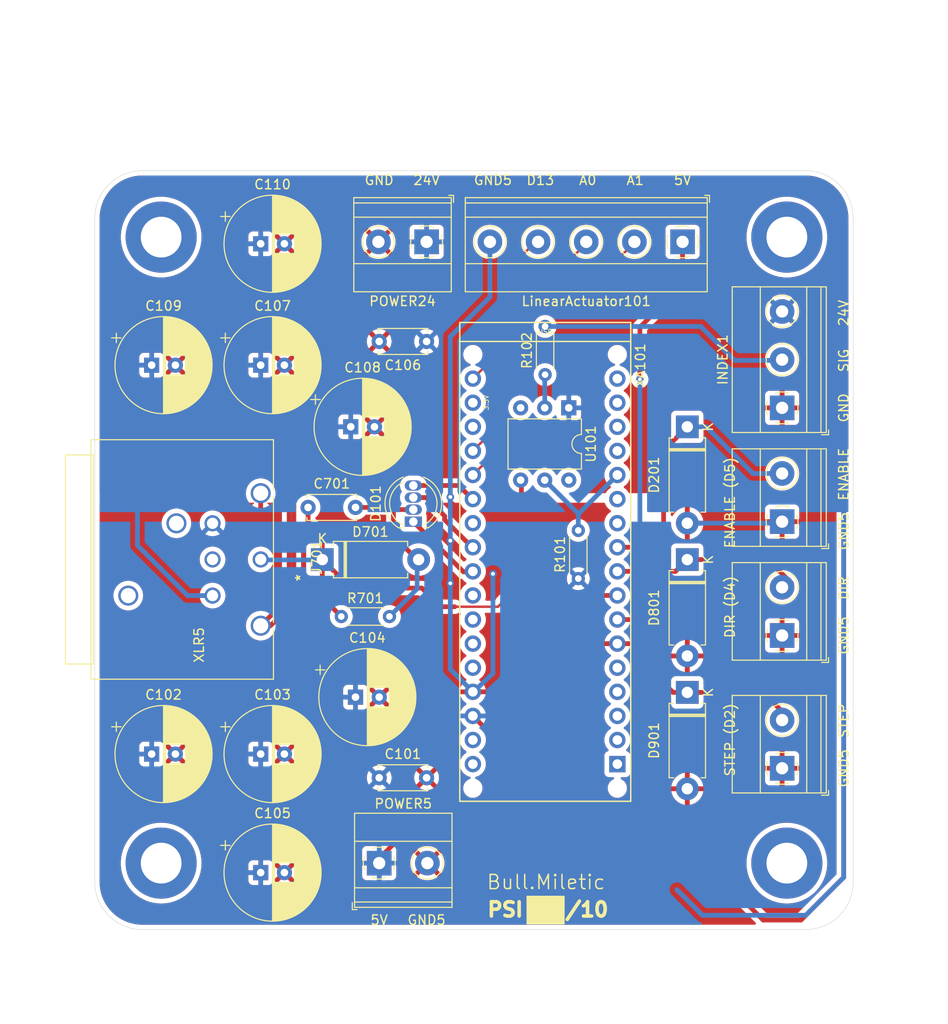
<source format=kicad_pcb>
(kicad_pcb (version 20211014) (generator pcbnew)
  (layers (0 "F.Cu" signal) (31 "B.Cu" signal) (34 "B.Paste" user) (35 "F.Paste" user) (36 "B.SilkS" user "B.Silkscreen") (37 "F.SilkS" user "F.Silkscreen") (38 "B.Mask" user) (39 "F.Mask" user) (44 "Edge.Cuts" user))
  (net 0 "")
  (net 1 "GNDS")
  (net 2 "+5V")
  (net 3 "GND")
  (net 4 "+24V")
  (net 5 "D3")
  (net 6 "D5")
  (net 7 "D4")
  (net 8 "D2")
  (net 9 "Net-(INDEX1-Pad2)")
  (net 10 "A4")
  (net 12 "D8")
  (net 13 "Net-(R102-Pad1)")
  (net 14 "A0")
  (net 15 "A1")
  (net 16 "D13")
  (net 20 "A2")
  (net 22 "A5")
  (footprint "Capacitor_THT:C_Disc_D5.0mm_W2.5mm_P5.00mm" (layer "F.Cu") (at 130 159)
    (fp_text reference "C101" (at 2.5 -2.5) (layer "F.SilkS"))
    (fp_text value "0.1uf ceramic")
    (pad "1" thru_hole circle locked (at 0 0) (size 1.6 1.6) (drill 0.8) (layers *.Cu *.Mask) (net 2 "+5V"))
    (pad "2" thru_hole circle locked (at 5 0) (size 1.6 1.6) (drill 0.8) (layers *.Cu *.Mask) (net 1 "GNDS"))
  )
  (footprint "Capacitor_THT:CP_Radial_D10.0mm_P2.50mm" (layer "F.Cu") (at 106 156.5)
    (fp_text reference "C102" (at 1.25 -6.25) (layer "F.SilkS"))
    (fp_text value "100uf 50V")
    (pad "1" thru_hole rect locked (at 0 0) (size 1.6 1.6) (drill 0.8) (layers *.Cu *.Mask) (net 2 "+5V"))
    (pad "2" thru_hole circle locked (at 2.5 0) (size 1.6 1.6) (drill 0.8) (layers *.Cu *.Mask) (net 1 "GNDS"))
  )
  (footprint "Capacitor_THT:CP_Radial_D10.0mm_P2.50mm" (layer "F.Cu") (at 117.5 156.5)
    (fp_text reference "C103" (at 1.25 -6.25) (layer "F.SilkS"))
    (fp_text value "100uf 50V")
    (pad "1" thru_hole rect locked (at 0 0) (size 1.6 1.6) (drill 0.8) (layers *.Cu *.Mask) (net 2 "+5V"))
    (pad "2" thru_hole circle locked (at 2.5 0) (size 1.6 1.6) (drill 0.8) (layers *.Cu *.Mask) (net 1 "GNDS"))
  )
  (footprint "Capacitor_THT:CP_Radial_D10.0mm_P2.50mm" (layer "F.Cu") (at 127.5 150.5)
    (fp_text reference "C104" (at 1.25 -6.25) (layer "F.SilkS"))
    (fp_text value "100uf 50V")
    (pad "1" thru_hole rect locked (at 0 0) (size 1.6 1.6) (drill 0.8) (layers *.Cu *.Mask) (net 2 "+5V"))
    (pad "2" thru_hole circle locked (at 2.5 0) (size 1.6 1.6) (drill 0.8) (layers *.Cu *.Mask) (net 1 "GNDS"))
  )
  (footprint "Capacitor_THT:CP_Radial_D10.0mm_P2.50mm" (layer "F.Cu") (at 117.5 169)
    (fp_text reference "C105" (at 1.25 -6.25) (layer "F.SilkS"))
    (fp_text value "100uf 50V")
    (pad "1" thru_hole rect locked (at 0 0) (size 1.6 1.6) (drill 0.8) (layers *.Cu *.Mask) (net 2 "+5V"))
    (pad "2" thru_hole circle locked (at 2.5 0) (size 1.6 1.6) (drill 0.8) (layers *.Cu *.Mask) (net 1 "GNDS"))
  )
  (footprint "Capacitor_THT:C_Disc_D5.0mm_W2.5mm_P5.00mm" (layer "F.Cu") (at 135 113 180)
    (fp_text reference "C106" (at 2.5 -2.5) (layer "F.SilkS"))
    (fp_text value "0.1uf ceramic")
    (pad "1" thru_hole circle locked (at 0 0 180) (size 1.6 1.6) (drill 0.8) (layers *.Cu *.Mask) (net 4 "+24V"))
    (pad "2" thru_hole circle locked (at 5 0 180) (size 1.6 1.6) (drill 0.8) (layers *.Cu *.Mask) (net 3 "GND"))
  )
  (footprint "Capacitor_THT:CP_Radial_D10.0mm_P2.50mm" (layer "F.Cu") (at 117.5 115.5)
    (fp_text reference "C107" (at 1.25 -6.25) (layer "F.SilkS"))
    (fp_text value "100uf 50V")
    (pad "1" thru_hole rect locked (at 0 0) (size 1.6 1.6) (drill 0.8) (layers *.Cu *.Mask) (net 4 "+24V"))
    (pad "2" thru_hole circle locked (at 2.5 0) (size 1.6 1.6) (drill 0.8) (layers *.Cu *.Mask) (net 3 "GND"))
  )
  (footprint "Capacitor_THT:CP_Radial_D10.0mm_P2.50mm" (layer "F.Cu") (at 127 122)
    (fp_text reference "C108" (at 1.25 -6.25) (layer "F.SilkS"))
    (fp_text value "100uf 50V")
    (pad "1" thru_hole rect locked (at 0 0) (size 1.6 1.6) (drill 0.8) (layers *.Cu *.Mask) (net 4 "+24V"))
    (pad "2" thru_hole circle locked (at 2.5 0) (size 1.6 1.6) (drill 0.8) (layers *.Cu *.Mask) (net 3 "GND"))
  )
  (footprint "Capacitor_THT:CP_Radial_D10.0mm_P2.50mm" (layer "F.Cu") (at 106 115.5)
    (fp_text reference "C109" (at 1.25 -6.25) (layer "F.SilkS"))
    (fp_text value "100uf 50V")
    (pad "1" thru_hole rect locked (at 0 0) (size 1.6 1.6) (drill 0.8) (layers *.Cu *.Mask) (net 4 "+24V"))
    (pad "2" thru_hole circle locked (at 2.5 0) (size 1.6 1.6) (drill 0.8) (layers *.Cu *.Mask) (net 3 "GND"))
  )
  (footprint "Capacitor_THT:CP_Radial_D10.0mm_P2.50mm" (layer "F.Cu") (at 117.5 102.7)
    (fp_text reference "C110" (at 1.25 -6.25) (layer "F.SilkS"))
    (fp_text value "100uf 50V")
    (pad "1" thru_hole rect locked (at 0 0) (size 1.6 1.6) (drill 0.8) (layers *.Cu *.Mask) (net 4 "+24V"))
    (pad "2" thru_hole circle locked (at 2.5 0) (size 1.6 1.6) (drill 0.8) (layers *.Cu *.Mask) (net 3 "GND"))
  )
  (footprint "Capacitor_THT:C_Disc_D5.0mm_W2.5mm_P5.00mm" (layer "F.Cu") (at 122.5 130.5)
    (fp_text reference "C701" (at 2.5 -2.5) (layer "F.SilkS"))
    (fp_text value "0.01uf ceramic")
    (pad "1" thru_hole circle locked (at 0 0) (size 1.6 1.6) (drill 0.8) (layers *.Cu *.Mask) (net 5 "D3"))
    (pad "2" thru_hole circle locked (at 5 0) (size 1.6 1.6) (drill 0.8) (layers *.Cu *.Mask) (net 3 "GND"))
  )
  (footprint "Diode_THT:D_DO-15_P10.16mm_Horizontal" (layer "F.Cu") (at 162.5 122 -90)
    (fp_text reference "D201" (at 5.08 3.5 90) (layer "F.SilkS"))
    (fp_text value "D")
    (fp_text user "K" (at 0 -2.2 90) (layer "F.SilkS"))
    (pad "1" thru_hole rect locked (at 0 0 270) (size 2.4 2.4) (drill 1.2) (layers *.Cu *.Mask) (net 6 "D5"))
    (pad "2" thru_hole oval locked (at 10.16 0 270) (size 2.4 2.4) (drill 1.2) (layers *.Cu *.Mask) (net 1 "GNDS"))
  )
  (footprint "Diode_THT:D_DO-15_P10.16mm_Horizontal" (layer "F.Cu") (at 124 136)
    (fp_text reference "D701" (at 5.08 -2.92) (layer "F.SilkS"))
    (fp_text value "D")
    (fp_text user "K" (at 0 -2.2) (layer "F.SilkS"))
    (pad "1" thru_hole rect locked (at 0 0) (size 2.4 2.4) (drill 1.2) (layers *.Cu *.Mask) (net 5 "D3"))
    (pad "2" thru_hole oval locked (at 10.16 0) (size 2.4 2.4) (drill 1.2) (layers *.Cu *.Mask) (net 3 "GND"))
  )
  (footprint "Diode_THT:D_DO-15_P10.16mm_Horizontal" (layer "F.Cu") (at 162.5 136 -90)
    (fp_text reference "D801" (at 5.08 3.5 90) (layer "F.SilkS"))
    (fp_text value "D")
    (fp_text user "K" (at 0 -2.2 90) (layer "F.SilkS"))
    (pad "1" thru_hole rect locked (at 0 0 270) (size 2.4 2.4) (drill 1.2) (layers *.Cu *.Mask) (net 7 "D4"))
    (pad "2" thru_hole oval locked (at 10.16 0 270) (size 2.4 2.4) (drill 1.2) (layers *.Cu *.Mask) (net 1 "GNDS"))
  )
  (footprint "Diode_THT:D_DO-15_P10.16mm_Horizontal" (layer "F.Cu") (at 162.5 150 -90)
    (fp_text reference "D901" (at 5.08 3.5 90) (layer "F.SilkS"))
    (fp_text value "D")
    (fp_text user "K" (at 0 -2.2 90) (layer "F.SilkS"))
    (pad "1" thru_hole rect locked (at 0 0 270) (size 2.4 2.4) (drill 1.2) (layers *.Cu *.Mask) (net 8 "D2"))
    (pad "2" thru_hole oval locked (at 10.16 0 270) (size 2.4 2.4) (drill 1.2) (layers *.Cu *.Mask) (net 1 "GNDS"))
  )
  (footprint "TerminalBlock_Phoenix:TerminalBlock_Phoenix_MKDS-1,5-3-5.08_1x03_P5.08mm_Horizontal" (layer "F.Cu") (at 172.5 120 90)
    (fp_text reference "INDEX1" (at 5.08 -6.26 90) (layer "F.SilkS"))
    (fp_text value "index_input")
    (pad "1" thru_hole rect locked (at 0 0 90) (size 2.6 2.6) (drill 1.3) (layers *.Cu *.Mask) (net 3 "GND"))
    (pad "2" thru_hole circle locked (at 5.08 0 90) (size 2.6 2.6) (drill 1.3) (layers *.Cu *.Mask) (net 9 "Net-(INDEX1-Pad2)"))
    (pad "3" thru_hole circle locked (at 10.16 0 90) (size 2.6 2.6) (drill 1.3) (layers *.Cu *.Mask) (net 4 "+24V"))
  )
  (footprint "XLR:IO-XLR5-M-EH" (layer "F.Cu") (at 117.5 129 90)
    (fp_text reference "J701" (at -6.775 5.925 90) (layer "F.SilkS"))
    (fp_text value "XLR5" (at -16 -6.5 90) (layer "F.SilkS"))
    (fp_text user "*" (at -8.915 4.225 90) (layer "F.SilkS"))
    (fp_text user "*" (at -8.915 4.225 90) (layer "F.SilkS"))
    (pad "" np_thru_hole circle locked (at -3.175 -8.89 90) (size 2.1082 2.1082) (drill 1.6002) (layers *.Cu *.Mask))
    (pad "" np_thru_hole circle locked (at -10.795 -13.97 90) (size 2.1082 2.1082) (drill 1.6002) (layers *.Cu *.Mask))
    (pad "1" thru_hole circle locked (at 0 0 90) (size 2.1082 2.1082) (drill 1.6002) (layers *.Cu *.Mask) (net 1 "GNDS"))
    (pad "2" thru_hole circle locked (at -3.175 -5.08 90) (size 1.7018 1.7018) (drill 1.1938) (layers *.Cu *.Mask) (net 2 "+5V"))
    (pad "3" thru_hole circle locked (at -6.985 0 90) (size 1.7018 1.7018) (drill 1.1938) (layers *.Cu *.Mask) (net 5 "D3"))
    (pad "4" thru_hole circle locked (at -10.795 -5.08 90) (size 1.7018 1.7018) (drill 1.1938) (layers *.Cu *.Mask) (net 4 "+24V"))
    (pad "5" thru_hole circle locked (at -13.97 0 90) (size 2.1082 2.1082) (drill 1.6002) (layers *.Cu *.Mask) (net 3 "GND"))
    (pad "6" thru_hole circle locked (at -6.985 -5.08 90) (size 1.7018 1.7018) (drill 1.1938) (layers *.Cu *.Mask))
  )
  (footprint "TerminalBlock_Phoenix:TerminalBlock_Phoenix_MKDS-1,5-2-5.08_1x02_P5.08mm_Horizontal" (layer "F.Cu") (at 172.5 132 90)
    (fp_text reference "OUT201" hide)
    (fp_text value "24V_input")
    (pad "1" thru_hole rect locked (at 0 0 90) (size 2.6 2.6) (drill 1.3) (layers *.Cu *.Mask) (net 1 "GNDS"))
    (pad "2" thru_hole circle locked (at 5.08 0 90) (size 2.6 2.6) (drill 1.3) (layers *.Cu *.Mask) (net 6 "D5"))
  )
  (footprint "TerminalBlock_Phoenix:TerminalBlock_Phoenix_MKDS-1,5-2-5.08_1x02_P5.08mm_Horizontal" (layer "F.Cu") (at 130 168)
    (fp_text reference "POWER5" (at 2.54 -6.26) (layer "F.SilkS"))
    (fp_text value "5V_input")
    (pad "1" thru_hole rect locked (at 0 0) (size 2.6 2.6) (drill 1.3) (layers *.Cu *.Mask) (net 2 "+5V"))
    (pad "2" thru_hole circle locked (at 5.08 0) (size 2.6 2.6) (drill 1.3) (layers *.Cu *.Mask) (net 1 "GNDS"))
  )
  (footprint "TerminalBlock_Phoenix:TerminalBlock_Phoenix_MKDS-1,5-2-5.08_1x02_P5.08mm_Horizontal" (layer "F.Cu") (at 135 102.5 180)
    (fp_text reference "POWER24" (at 2.54 -6.26) (layer "F.SilkS"))
    (fp_text value "24V_input")
    (pad "1" thru_hole rect locked (at 0 0 180) (size 2.6 2.6) (drill 1.3) (layers *.Cu *.Mask) (net 4 "+24V"))
    (pad "2" thru_hole circle locked (at 5.08 0 180) (size 2.6 2.6) (drill 1.3) (layers *.Cu *.Mask) (net 3 "GND"))
  )
  (footprint "TerminalBlock_Phoenix:TerminalBlock_Phoenix_MKDS-1,5-2-5.08_1x02_P5.08mm_Horizontal" (layer "F.Cu") (at 172.5 144 90)
    (fp_text reference "POWER801" hide)
    (fp_text value "24V_input")
    (pad "1" thru_hole rect locked (at 0 0 90) (size 2.6 2.6) (drill 1.3) (layers *.Cu *.Mask) (net 1 "GNDS"))
    (pad "2" thru_hole circle locked (at 5.08 0 90) (size 2.6 2.6) (drill 1.3) (layers *.Cu *.Mask) (net 7 "D4"))
  )
  (footprint "TerminalBlock_Phoenix:TerminalBlock_Phoenix_MKDS-1,5-2-5.08_1x02_P5.08mm_Horizontal" (layer "F.Cu") (at 172.5 158 90)
    (fp_text reference "OUT501" hide)
    (fp_text value "24V_input")
    (pad "1" thru_hole rect locked (at 0 0 90) (size 2.6 2.6) (drill 1.3) (layers *.Cu *.Mask) (net 1 "GNDS"))
    (pad "2" thru_hole circle locked (at 5.08 0 90) (size 2.6 2.6) (drill 1.3) (layers *.Cu *.Mask) (net 8 "D2"))
  )
  (footprint "Resistor_THT:R_Axial_DIN0204_L3.6mm_D1.6mm_P5.08mm_Horizontal" (layer "F.Cu") (at 151 138 90)
    (fp_text reference "R101" (at 2.54 -1.92 90) (layer "F.SilkS"))
    (fp_text value "R3.9k")
    (pad "1" thru_hole circle locked (at 0 0 90) (size 1.4 1.4) (drill 0.7) (layers *.Cu *.Mask) (net 2 "+5V"))
    (pad "2" thru_hole oval locked (at 5.08 0 90) (size 1.4 1.4) (drill 0.7) (layers *.Cu *.Mask) (net 12 "D8"))
  )
  (footprint "Resistor_THT:R_Axial_DIN0204_L3.6mm_D1.6mm_P5.08mm_Horizontal" (layer "F.Cu") (at 147.5 116.5 90)
    (fp_text reference "R102" (at 2.54 -1.92 90) (layer "F.SilkS"))
    (fp_text value "R10k")
    (pad "1" thru_hole circle locked (at 0 0 90) (size 1.4 1.4) (drill 0.7) (layers *.Cu *.Mask) (net 13 "Net-(R102-Pad1)"))
    (pad "2" thru_hole oval locked (at 5.08 0 90) (size 1.4 1.4) (drill 0.7) (layers *.Cu *.Mask) (net 9 "Net-(INDEX1-Pad2)"))
  )
  (footprint "Resistor_THT:R_Axial_DIN0204_L3.6mm_D1.6mm_P5.08mm_Horizontal" (layer "F.Cu") (at 126 142)
    (fp_text reference "R701" (at 2.54 -1.92) (layer "F.SilkS"))
    (fp_text value "R10k")
    (pad "1" thru_hole circle locked (at 0 0) (size 1.4 1.4) (drill 0.7) (layers *.Cu *.Mask) (net 5 "D3"))
    (pad "2" thru_hole oval locked (at 5.08 0) (size 1.4 1.4) (drill 0.7) (layers *.Cu *.Mask) (net 3 "GND"))
  )
  (footprint "Package_DIP:DIP-6_W7.62mm" (layer "F.Cu") (at 150 120 -90)
    (fp_text reference "U101" (at 3.81 -2.33 90) (layer "F.SilkS"))
    (fp_text value "4N25")
    (pad "1" thru_hole rect locked (at 0 0 270) (size 1.6 1.6) (drill 0.8) (layers *.Cu *.Mask) (net 4 "+24V"))
    (pad "2" thru_hole oval locked (at 0 2.54 270) (size 1.6 1.6) (drill 0.8) (layers *.Cu *.Mask) (net 13 "Net-(R102-Pad1)"))
    (pad "3" thru_hole oval locked (at 0 5.08 270) (size 1.6 1.6) (drill 0.8) (layers *.Cu *.Mask))
    (pad "4" thru_hole oval locked (at 7.62 5.08 270) (size 1.6 1.6) (drill 0.8) (layers *.Cu *.Mask) (net 1 "GNDS"))
    (pad "5" thru_hole oval locked (at 7.62 2.54 270) (size 1.6 1.6) (drill 0.8) (layers *.Cu *.Mask) (net 12 "D8"))
    (pad "6" thru_hole oval locked (at 7.62 0 270) (size 1.6 1.6) (drill 0.8) (layers *.Cu *.Mask))
  )
  (footprint "Arduino:Arduino_Micro_Socket" (layer "F.Cu") (at 138.5 113 -90)
    (fp_text reference "XA101" (at 2.54 -19.05 90) (layer "F.SilkS"))
    (fp_text value "Arduino_Micro_Socket")
    (fp_text user "3.3V" (at 6.46 -2.794 90) (layer "F.SilkS") (effects (font (size 0.5 0.5) (thickness 0.075))))
    (fp_text user "USB" (at -1.016 -9.017) (layer "F.SilkS") (effects (font (size 0.5 0.5) (thickness 0.075))))
    (pad "" np_thru_hole circle locked (at 1.38 -16.62 270) (size 1.016 1.016) (drill 1.016) (layers *.Cu *.Mask))
    (pad "" thru_hole oval locked (at 29.32 -1.38 270) (size 1.7272 1.7272) (drill 1.016) (layers *.Cu *.Mask))
    (pad "" np_thru_hole circle locked (at 1.38 -1.38 270) (size 1.016 1.016) (drill 1.016) (layers *.Cu *.Mask))
    (pad "" np_thru_hole circle locked (at 47.1 -16.62 270) (size 1.016 1.016) (drill 1.016) (layers *.Cu *.Mask))
    (pad "" thru_hole oval locked (at 26.78 -1.38 270) (size 1.7272 1.7272) (drill 1.016) (layers *.Cu *.Mask))
    (pad "" np_thru_hole circle locked (at 47.1 -1.38 270) (size 1.016 1.016) (drill 1.016) (layers *.Cu *.Mask))
    (pad "3V3" thru_hole oval locked (at 6.46 -1.38 270) (size 1.7272 1.7272) (drill 1.016) (layers *.Cu *.Mask))
    (pad "5V" thru_hole oval locked (at 31.86 -1.38 270) (size 1.7272 1.7272) (drill 1.016) (layers *.Cu *.Mask))
    (pad "A0" thru_hole oval locked (at 11.54 -1.38 270) (size 1.7272 1.7272) (drill 1.016) (layers *.Cu *.Mask) (net 14 "A0"))
    (pad "A1" thru_hole oval locked (at 14.08 -1.38 270) (size 1.7272 1.7272) (drill 1.016) (layers *.Cu *.Mask) (net 15 "A1"))
    (pad "A2" thru_hole oval locked (at 16.62 -1.38 270) (size 1.7272 1.7272) (drill 1.016) (layers *.Cu *.Mask) (net 20 "A2"))
    (pad "A3" thru_hole oval locked (at 19.16 -1.38 270) (size 1.7272 1.7272) (drill 1.016) (layers *.Cu *.Mask))
    (pad "A4" thru_hole oval locked (at 21.7 -1.38 270) (size 1.7272 1.7272) (drill 1.016) (layers *.Cu *.Mask) (net 10 "A4"))
    (pad "A5" thru_hole oval locked (at 24.24 -1.38 270) (size 1.7272 1.7272) (drill 1.016) (layers *.Cu *.Mask) (net 22 "A5"))
    (pad "AREF" thru_hole oval locked (at 9 -1.38 270) (size 1.7272 1.7272) (drill 1.016) (layers *.Cu *.Mask))
    (pad "D0" thru_hole oval locked (at 36.94 -16.62 270) (size 1.7272 1.7272) (drill 1.016) (layers *.Cu *.Mask))
    (pad "D1" thru_hole oval locked (at 39.48 -16.62 270) (size 1.7272 1.7272) (drill 1.016) (layers *.Cu *.Mask))
    (pad "D2" thru_hole oval locked (at 29.32 -16.62 270) (size 1.7272 1.7272) (drill 1.016) (layers *.Cu *.Mask) (net 8 "D2"))
    (pad "D3" thru_hole oval locked (at 26.78 -16.62 270) (size 1.7272 1.7272) (drill 1.016) (layers *.Cu *.Mask) (net 5 "D3"))
    (pad "D4" thru_hole oval locked (at 24.24 -16.62 270) (size 1.7272 1.7272) (drill 1.016) (layers *.Cu *.Mask) (net 7 "D4"))
    (pad "D5" thru_hole oval locked (at 21.7 -16.62 270) (size 1.7272 1.7272) (drill 1.016) (layers *.Cu *.Mask) (net 6 "D5"))
    (pad "D6" thru_hole oval locked (at 19.16 -16.62 270) (size 1.7272 1.7272) (drill 1.016) (layers *.Cu *.Mask))
    (pad "D7" thru_hole oval locked (at 16.62 -16.62 270) (size 1.7272 1.7272) (drill 1.016) (layers *.Cu *.Mask))
    (pad "D8" thru_hole oval locked (at 14.08 -16.62 270) (size 1.7272 1.7272) (drill 1.016) (layers *.Cu *.Mask) (net 12 "D8"))
    (pad "D9" thru_hole oval locked (at 11.54 -16.62 270) (size 1.7272 1.7272) (drill 1.016) (layers *.Cu *.Mask))
    (pad "D10" thru_hole oval locked (at 9 -16.62 270) (size 1.7272 1.7272) (drill 1.016) (layers *.Cu *.Mask))
    (pad "D11" thru_hole oval locked (at 6.46 -16.62 270) (size 1.7272 1.7272) (drill 1.016) (layers *.Cu *.Mask))
    (pad "D12" thru_hole oval locked (at 3.92 -16.62 270) (size 1.7272 1.7272) (drill 1.016) (layers *.Cu *.Mask))
    (pad "D13" thru_hole oval locked (at 3.92 -1.38 270) (size 1.7272 1.7272) (drill 1.016) (layers *.Cu *.Mask) (net 16 "D13"))
    (pad "GND1" thru_hole oval locked (at 36.94 -1.38 270) (size 1.7272 1.7272) (drill 1.016) (layers *.Cu *.Mask) (net 1 "GNDS"))
    (pad "GND2" thru_hole oval locked (at 31.86 -16.62 270) (size 1.7272 1.7272) (drill 1.016) (layers *.Cu *.Mask) (net 1 "GNDS"))
    (pad "MISO" thru_hole oval locked (at 42.02 -1.38 270) (size 1.7272 1.7272) (drill 1.016) (layers *.Cu *.Mask))
    (pad "MOSI" thru_hole rect locked (at 44.56 -16.62 270) (size 1.7272 1.7272) (drill 1.016) (layers *.Cu *.Mask))
    (pad "RST1" thru_hole oval locked (at 34.4 -1.38 270) (size 1.7272 1.7272) (drill 1.016) (layers *.Cu *.Mask))
    (pad "RST2" thru_hole oval locked (at 34.4 -16.62 270) (size 1.7272 1.7272) (drill 1.016) (layers *.Cu *.Mask))
    (pad "SCK" thru_hole oval locked (at 44.56 -1.38 270) (size 1.7272 1.7272) (drill 1.016) (layers *.Cu *.Mask))
    (pad "SS" thru_hole oval locked (at 42.02 -16.62 270) (size 1.7272 1.7272) (drill 1.016) (layers *.Cu *.Mask))
    (pad "VIN" thru_hole oval locked (at 39.48 -1.38 270) (size 1.7272 1.7272) (drill 1.016) (layers *.Cu *.Mask) (net 2 "+5V"))
  )
  (footprint "MountingHole:MountingHole_4.3mm_M4_DIN965_Pad" (layer "F.Cu") (at 173 102)
    (fp_text reference "H101" hide)
    (fp_text value "MountingHole" hide)
    (pad "1" thru_hole circle locked (at 0 0) (size 7.5 7.5) (drill 4.3) (layers *.Cu *.Mask))
  )
  (footprint "MountingHole:MountingHole_4.3mm_M4_DIN965_Pad" (layer "F.Cu") (at 107 102)
    (fp_text reference "H103" hide)
    (fp_text value "MountingHole" hide)
    (pad "1" thru_hole circle locked (at 0 0) (size 7.5 7.5) (drill 4.3) (layers *.Cu *.Mask))
  )
  (footprint "MountingHole:MountingHole_4.3mm_M4_DIN965_Pad" (layer "F.Cu") (at 107 168)
    (fp_text reference "H104" hide)
    (fp_text value "MountingHole" hide)
    (pad "1" thru_hole circle locked (at 0 0) (size 7.5 7.5) (drill 4.3) (layers *.Cu *.Mask))
  )
  (footprint "MountingHole:MountingHole_4.3mm_M4_DIN965_Pad" (layer "F.Cu") (at 173 168)
    (fp_text reference "H102" hide)
    (fp_text value "MountingHole" hide)
    (pad "1" thru_hole circle locked (at 0 0) (size 7.5 7.5) (drill 4.3) (layers *.Cu *.Mask))
  )
  (footprint "TerminalBlock_Phoenix:TerminalBlock_Phoenix_MKDS-1,5-5-5.08_1x05_P5.08mm_Horizontal" (layer "F.Cu") (at 162 102.5 180)
    (fp_text reference "LinearActuator101" (at 10.16 -6.26 180) (layer "F.SilkS"))
    (fp_text value "Screw_Terminal_01x05")
    (pad "1" thru_hole rect locked (at 0 0 180) (size 2.6 2.6) (drill 1.3) (layers *.Cu *.Mask) (net 2 "+5V"))
    (pad "2" thru_hole circle locked (at 5.08 0 180) (size 2.6 2.6) (drill 1.3) (layers *.Cu *.Mask) (net 15 "A1"))
    (pad "3" thru_hole circle locked (at 10.16 0 180) (size 2.6 2.6) (drill 1.3) (layers *.Cu *.Mask) (net 14 "A0"))
    (pad "4" thru_hole circle locked (at 15.24 0 180) (size 2.6 2.6) (drill 1.3) (layers *.Cu *.Mask) (net 16 "D13"))
    (pad "5" thru_hole circle locked (at 20.32 0 180) (size 2.6 2.6) (drill 1.3) (layers *.Cu *.Mask) (net 1 "GNDS"))
  )
  (footprint "LED_THT:LED_D5.0mm-4_RGB" (layer "F.Cu") (at 133.6 132 90)
    (fp_text reference "D101" (at 1.905 -3.96 90) (layer "F.SilkS"))
    (fp_text value "LED_RABG")
    (pad "1" thru_hole rect locked (at 0 0 90) (size 1.07 1.8) (drill 0.9) (layers *.Cu *.Mask) (net 22 "A5"))
    (pad "2" thru_hole oval locked (at 1.27 0 90) (size 1.07 1.8) (drill 0.9) (layers *.Cu *.Mask) (net 3 "GND"))
    (pad "3" thru_hole oval locked (at 2.54 0 90) (size 1.07 1.8) (drill 0.9) (layers *.Cu *.Mask) (net 10 "A4"))
    (pad "4" thru_hole oval locked (at 3.81 0 90) (size 1.07 1.8) (drill 0.9) (layers *.Cu *.Mask) (net 20 "A2"))
  )
  (gr_rect (start 149.5 174.4) (end 145.6 171.5) (layer "F.SilkS") (width 0.12) (fill solid))
  (gr_arc (start 100 100) (mid 101.464466 96.464466) (end 105 95) (layer "Edge.Cuts") (width 0.05))
  (gr_line (start 105 95) (end 175 95) (layer "Edge.Cuts") (width 0.05))
  (gr_arc (start 180 170) (mid 178.535534 173.535534) (end 175 175) (layer "Edge.Cuts") (width 0.05))
  (gr_line (start 180 170) (end 180 100) (layer "Edge.Cuts") (width 0.05))
  (gr_line (start 105 175) (end 175 175) (layer "Edge.Cuts") (width 0.05))
  (gr_arc (start 105 175) (mid 101.464466 173.535534) (end 100 170) (layer "Edge.Cuts") (width 0.05))
  (gr_arc (start 175 95) (mid 178.535534 96.464466) (end 180 100) (layer "Edge.Cuts") (width 0.05))
  (gr_line (start 100 100) (end 100 170) (layer "Edge.Cuts") (width 0.05))
  (gr_text "GND" (at 130 96) (layer "F.SilkS") (effects (font (size 1 1))))
  (gr_text "24V" (at 135 96) (layer "F.SilkS") (effects (font (size 1 1))))
  (gr_text "5V" (at 130 174) (layer "F.SilkS") (effects (font (size 1 1))))
  (gr_text "GND5" (at 135 174) (layer "F.SilkS") (effects (font (size 1 1))))
  (gr_text "5V" (at 162 96) (layer "F.SilkS") (effects (font (size 1 1))))
  (gr_text "GND5" (at 142 96) (layer "F.SilkS") (effects (font (size 1 1))))
  (gr_text "A1" (at 157 96) (layer "F.SilkS") (effects (font (size 1 1))))
  (gr_text "A0" (at 152 96) (layer "F.SilkS") (effects (font (size 1 1))))
  (gr_text "D13" (at 147 96) (layer "F.SilkS") (effects (font (size 1 1))))
  (gr_text "24V" (at 179 110 90) (layer "F.SilkS") (effects (font (size 1 1))))
  (gr_text "GND" (at 179 120 90) (layer "F.SilkS") (effects (font (size 1 1))))
  (gr_text "GND5" (at 179 133 90) (layer "F.SilkS") (effects (font (size 1 1))))
  (gr_text "GND5" (at 179 144 90) (layer "F.SilkS") (effects (font (size 1 1))))
  (gr_text "GND5" (at 179 158 90) (layer "F.SilkS") (effects (font (size 1 1))))
  (gr_text "STEP" (at 179 153 90) (layer "F.SilkS") (effects (font (size 1 1))))
  (gr_text "DIR" (at 179 139 90) (layer "F.SilkS") (effects (font (size 1 1))))
  (gr_text "ENABLE" (at 179 127 90) (layer "F.SilkS") (effects (font (size 1 1))))
  (gr_text "SIG" (at 179 115 90) (layer "F.SilkS") (effects (font (size 1 1))))
  (gr_text "Bull.Miletic" (at 147.6 170) (layer "F.SilkS") (effects (font (size 1.5 1.5))))
  (gr_text "ENABLE (D5)" (at 167 130 90) (layer "F.SilkS") (effects (font (size 1 1))))
  (gr_text "DIR (D4)" (at 167 141 90) (layer "F.SilkS") (effects (font (size 1 1))))
  (gr_text "PSI    /10" (at 147.8 172.9) (layer "F.SilkS") (effects (font (size 1.5 1.5) (thickness 0.375))))
  (gr_text "STEP (D2)" (at 167 155 90) (layer "F.SilkS") (effects (font (size 1 1))))
  (segment (start 161.4 165.72) (end 161.32 165.72) (width 0.5) (layer "F.Cu") (net 0))
  (segment (start 144.8 163.1) (end 158.7 163.1) (width 0.5) (layer "F.Cu") (net 0))
  (segment (start 161.32 165.72) (end 158.7 163.1) (width 0.5) (layer "F.Cu") (net 0))
  (segment (start 115 133.5) (end 115 143) (width 0.5) (layer "F.Cu") (net 1))
  (segment (start 137.5 129.9) (end 137.8 130.2) (width 0.5) (layer "F.Cu") (net 1))
  (segment (start 137.5 129.4) (end 137.5 129.9) (width 0.5) (layer "F.Cu") (net 1))
  (segment (start 142 137.5) (end 142 133) (width 0.5) (layer "F.Cu") (net 1))
  (segment (start 117.5 129) (end 117.5 131) (width 0.5) (layer "F.Cu") (net 1))
  (segment (start 142 133) (end 145 130) (width 0.5) (layer "F.Cu") (net 1))
  (segment (start 117.5 131) (end 115 133.5) (width 0.5) (layer "F.Cu") (net 1))
  (segment (start 145 130) (end 145 127.5) (width 0.5) (layer "F.Cu") (net 1))
  (via (at 137.5 134) (size 0.8) (drill 0.4) (layers "F.Cu" "B.Cu") (net 1))
  (via (at 137.5 129.4) (size 0.8) (drill 0.4) (layers "F.Cu" "B.Cu") (net 1))
  (via (at 137.5 138.5) (size 0.8) (drill 0.4) (layers "F.Cu" "B.Cu") (net 1))
  (via (at 142 137.5) (size 0.8) (drill 0.4) (layers "F.Cu" "B.Cu") (net 1))
  (segment (start 173.34 132.16) (end 173.5 132) (width 0.5) (layer "B.Cu") (net 1))
  (segment (start 137.5 112.5) (end 137.5 134) (width 0.5) (layer "B.Cu") (net 1))
  (segment (start 139.94 149.94) (end 139.88 149.94) (width 0.5) (layer "B.Cu") (net 1))
  (segment (start 139.88 149.94) (end 137.5 147.56) (width 0.5) (layer "B.Cu") (net 1))
  (segment (start 137.5 147.56) (end 137.5 134) (width 0.5) (layer "B.Cu") (net 1))
  (segment (start 142 137.5) (end 142 148) (width 0.5) (layer "B.Cu") (net 1))
  (segment (start 162.5 132.16) (end 170.84 132.16) (width 0.5) (layer "B.Cu") (net 1))
  (segment (start 170.84 132.16) (end 173.34 132.16) (width 0.5) (layer "B.Cu") (net 1))
  (segment (start 142 148) (end 139.94 149.94) (width 0.5) (layer "B.Cu") (net 1))
  (segment (start 141.68 102.5) (end 141.68 108.32) (width 0.5) (layer "B.Cu") (net 1))
  (segment (start 141.68 108.32) (end 137.5 112.5) (width 0.5) (layer "B.Cu") (net 1))
  (segment (start 157.5 111.5) (end 157.5 117) (width 0.5) (layer "F.Cu") (net 2))
  (segment (start 143.5 156.1) (end 143.5 163.5) (width 0.5) (layer "F.Cu") (net 2))
  (segment (start 142.2 163.1) (end 134.4 163.1) (width 0.5) (layer "F.Cu") (net 2))
  (segment (start 134.4 163.1) (end 130 167.5) (width 0.5) (layer "F.Cu") (net 2))
  (segment (start 162 102.5) (end 162 107) (width 0.5) (layer "F.Cu") (net 2))
  (segment (start 139.88 152.48) (end 143.5 156.1) (width 0.5) (layer "F.Cu") (net 2))
  (segment (start 130 167.5) (end 130 169.5) (width 0.5) (layer "F.Cu") (net 2))
  (segment (start 162 107) (end 157.5 111.5) (width 0.5) (layer "F.Cu") (net 2))
  (via (at 157.5 117) (size 0.8) (drill 0.4) (layers "F.Cu" "B.Cu") (net 2))
  (segment (start 112.42 132.175) (end 115 134.755) (width 0.5) (layer "B.Cu") (net 2))
  (segment (start 115 134.755) (end 115 141) (width 0.5) (layer "B.Cu") (net 2))
  (segment (start 157.5 117) (end 157.5 135) (width 0.5) (layer "B.Cu") (net 2))
  (segment (start 121 129.5) (end 121 128) (width 0.5) (layer "F.Cu") (net 3))
  (segment (start 131.5 131) (end 131.5 133.5) (width 0.5) (layer "F.Cu") (net 3))
  (segment (start 170.5 174) (end 174.5 174) (width 0.5) (layer "F.Cu") (net 3))
  (segment (start 117.5 142.97) (end 117.47 142.97) (width 0.5) (layer "F.Cu") (net 3))
  (segment (start 179 129.5) (end 179 127) (width 0.5) (layer "F.Cu") (net 3))
  (segment (start 131.5 131) (end 131.5 130.5) (width 0.5) (layer "F.Cu") (net 3))
  (segment (start 164.76 168.26) (end 170.5 174) (width 0.5) (layer "F.Cu") (net 3))
  (segment (start 174.5 174) (end 179 169.5) (width 0.5) (layer "F.Cu") (net 3))
  (segment (start 163.4 168.26) (end 164.76 168.26) (width 0.5) (layer "F.Cu") (net 3))
  (segment (start 121 140.5) (end 121 129.5) (width 0.5) (layer "F.Cu") (net 3))
  (segment (start 133.6 130.73) (end 131.73 130.73) (width 0.5) (layer "F.Cu") (net 3))
  (segment (start 127.5 130.5) (end 131.5 130.5) (width 0.5) (layer "F.Cu") (net 3))
  (segment (start 131.5 130.5) (end 131.5 124) (width 0.5) (layer "F.Cu") (net 3))
  (segment (start 117.5 142.97) (end 118.53 142.97) (width 0.5) (layer "F.Cu") (net 3))
  (segment (start 163.4 168.26) (end 161.44 168.26) (width 0.5) (layer "F.Cu") (net 3))
  (segment (start 120.5 139.97) (end 120.5 129) (width 0.5) (layer "F.Cu") (net 3))
  (segment (start 118.53 142.97) (end 121 140.5) (width 0.5) (layer "F.Cu") (net 3))
  (segment (start 117.5 142.97) (end 120.5 139.97) (width 0.5) (layer "F.Cu") (net 3))
  (segment (start 131.73 130.73) (end 131.5 130.5) (width 0.5) (layer "F.Cu") (net 3))
  (segment (start 131.5 124) (end 129.5 122) (width 0.5) (layer "F.Cu") (net 3))
  (segment (start 179 169.5) (end 179 129.5) (width 0.5) (layer "F.Cu") (net 3))
  (segment (start 131.5 133.5) (end 134 136) (width 0.5) (layer "F.Cu") (net 3))
  (segment (start 131.08 142) (end 134 139.08) (width 0.5) (layer "B.Cu") (net 3))
  (segment (start 134 139.08) (end 134 136) (width 0.5) (layer "B.Cu") (net 3))
  (segment (start 179 134.5) (end 179 123) (width 0.5) (layer "B.Cu") (net 4))
  (segment (start 179 169.5) (end 179 134.5) (width 0.5) (layer "B.Cu") (net 4))
  (segment (start 104.5 134.5) (end 104.5 128) (width 0.5) (layer "B.Cu") (net 4))
  (segment (start 164.1 173.5) (end 161.4 170.8) (width 0.5) (layer "B.Cu") (net 4))
  (segment (start 166.1 173.5) (end 164.1 173.5) (width 0.5) (layer "B.Cu") (net 4))
  (segment (start 175 173.5) (end 179 169.5) (width 0.5) (layer "B.Cu") (net 4))
  (segment (start 166.1 173.5) (end 175 173.5) (width 0.5) (layer "B.Cu") (net 4))
  (segment (start 112.42 139.795) (end 109.795 139.795) (width 0.5) (layer "B.Cu") (net 4))
  (segment (start 109.795 139.795) (end 104.5 134.5) (width 0.5) (layer "B.Cu") (net 4))
  (segment (start 124 136) (end 124 133.5) (width 0.5) (layer "F.Cu") (net 5))
  (segment (start 123.965 136.035) (end 124 136) (width 0.5) (layer "F.Cu") (net 5))
  (segment (start 143 140.5) (end 142.531399 140.968601) (width 0.25) (layer "F.Cu") (net 5))
  (segment (start 143.72 139.78) (end 143 140.5) (width 0.5) (layer "F.Cu") (net 5))
  (segment (start 127 139) (end 124 136) (width 0.5) (layer "F.Cu") (net 5))
  (segment (start 137.968601 140.968601) (end 137.031399 140.968601) (width 0.25) (layer "F.Cu") (net 5))
  (segment (start 137.968601 140.968601) (end 136.468601 140.968601) (width 0.5) (layer "F.Cu") (net 5))
  (segment (start 136.468601 140.968601) (end 135.5 140) (width 0.5) (layer "F.Cu") (net 5))
  (segment (start 124 136) (end 124 140) (width 0.5) (layer "F.Cu") (net 5))
  (segment (start 124 133.5) (end 122.5 132) (width 0.5) (layer "F.Cu") (net 5))
  (segment (start 135.5 140) (end 134.5 139) (width 0.5) (layer "F.Cu") (net 5))
  (segment (start 142.531399 140.968601) (end 137.968601 140.968601) (width 0.25) (layer "F.Cu") (net 5))
  (segment (start 134.5 139) (end 127 139) (width 0.5) (layer "F.Cu") (net 5))
  (segment (start 122.5 132) (end 122.5 130.5) (width 0.5) (layer "F.Cu") (net 5))
  (segment (start 124 140) (end 126 142) (width 0.5) (layer "F.Cu") (net 5))
  (segment (start 155.12 139.78) (end 143.72 139.78) (width 0.5) (layer "F.Cu") (net 5))
  (segment (start 117.5 136.035) (end 123.965 136.035) (width 0.5) (layer "B.Cu") (net 5))
  (segment (start 155.12 134.7) (end 159.3 134.7) (width 0.5) (layer "F.Cu") (net 6))
  (segment (start 160 134) (end 160 124.5) (width 0.5) (layer "F.Cu") (net 6))
  (segment (start 159.3 134.7) (end 160 134) (width 0.5) (layer "F.Cu") (net 6))
  (segment (start 160.75 123.75) (end 162.5 122) (width 0.5) (layer "F.Cu") (net 6))
  (segment (start 160 124.5) (end 160.75 123.75) (width 0.5) (layer "F.Cu") (net 6))
  (segment (start 164.5 122) (end 162.5 122) (width 0.5) (layer "B.Cu") (net 6))
  (segment (start 169.42 126.92) (end 164.5 122) (width 0.5) (layer "B.Cu") (net 6))
  (segment (start 173.5 126.92) (end 169.42 126.92) (width 0.5) (layer "B.Cu") (net 6))
  (segment (start 171 136) (end 173.5 138.5) (width 0.5) (layer "F.Cu") (net 7))
  (segment (start 162.5 136) (end 171 136) (width 0.5) (layer "F.Cu") (net 7))
  (segment (start 161.26 137.24) (end 162.5 136) (width 0.5) (layer "F.Cu") (net 7))
  (segment (start 155.12 137.24) (end 161.26 137.24) (width 0.5) (layer "F.Cu") (net 7))
  (segment (start 161 150) (end 162.5 150) (width 0.5) (layer "F.Cu") (net 8))
  (segment (start 170.5 150) (end 173.5 153) (width 0.5) (layer "F.Cu") (net 8))
  (segment (start 158.5 147.5) (end 161 150) (width 0.5) (layer "F.Cu") (net 8))
  (segment (start 158.5 143.5) (end 158.5 147.5) (width 0.5) (layer "F.Cu") (net 8))
  (segment (start 162.5 150) (end 170.5 150) (width 0.5) (layer "F.Cu") (net 8))
  (segment (start 157.32 142.32) (end 158.5 143.5) (width 0.5) (layer "F.Cu") (net 8))
  (segment (start 155.12 142.32) (end 157.32 142.32) (width 0.5) (layer "F.Cu") (net 8))
  (segment (start 163.92 111.42) (end 167.5 115) (width 0.5) (layer "B.Cu") (net 9))
  (segment (start 147.5 111.42) (end 163.92 111.42) (width 0.5) (layer "B.Cu") (net 9))
  (segment (start 167.5 115) (end 173.5 115) (width 0.5) (layer "B.Cu") (net 9))
  (segment (start 133.6 129.46) (end 134.96 129.46) (width 0.5) (layer "F.Cu") (net 10))
  (segment (start 139.8 134.7) (end 139.88 134.7) (width 0.5) (layer "F.Cu") (net 10))
  (segment (start 136.9 131.4) (end 134.96 129.46) (width 0.5) (layer "F.Cu") (net 10))
  (segment (start 136.9 131.4) (end 136.9 131.8) (width 0.5) (layer "F.Cu") (net 10))
  (segment (start 136.9 131.8) (end 139.8 134.7) (width 0.5) (layer "F.Cu") (net 10))
  (segment (start 147.46 127.62) (end 151 131.16) (width 0.5) (layer "B.Cu") (net 12))
  (segment (start 151 131.2) (end 151 133) (width 0.5) (layer "B.Cu") (net 12))
  (segment (start 155.12 127.08) (end 151 131.2) (width 0.5) (layer "B.Cu") (net 12))
  (segment (start 151 131.16) (end 151 131.2) (width 0.5) (layer "B.Cu") (net 12))
  (segment (start 147.46 116.54) (end 147.5 116.5) (width 0.5) (layer "B.Cu") (net 13))
  (segment (start 147.46 120) (end 147.46 116.54) (width 0.5) (layer "B.Cu") (net 13))
  (segment (start 144.5 113) (end 144.5 110) (width 0.25) (layer "F.Cu") (net 14))
  (segment (start 139.88 124.54) (end 141.5 122.92) (width 0.25) (layer "F.Cu") (net 14))
  (segment (start 141.5 122.92) (end 141.5 116) (width 0.25) (layer "F.Cu") (net 14))
  (segment (start 141.5 116) (end 144.5 113) (width 0.25) (layer "F.Cu") (net 14))
  (segment (start 144.5 110) (end 152 102.5) (width 0.25) (layer "F.Cu") (net 14))
  (segment (start 148.5 107) (end 149.745002 107) (width 0.25) (layer "F.Cu") (net 15))
  (segment (start 149.745002 107) (end 152.5 107) (width 0.25) (layer "F.Cu") (net 15))
  (segment (start 152.5 107) (end 157 102.5) (width 0.25) (layer "F.Cu") (net 15))
  (segment (start 142 116.5) (end 145 113.5) (width 0.25) (layer "F.Cu") (net 15))
  (segment (start 145 113.5) (end 145 110.5) (width 0.25) (layer "F.Cu") (net 15))
  (segment (start 139.88 127.08) (end 142 124.96) (width 0.25) (layer "F.Cu") (net 15))
  (segment (start 142 124.96) (end 142 116.5) (width 0.25) (layer "F.Cu") (net 15))
  (segment (start 145 110.5) (end 148.5 107) (width 0.25) (layer "F.Cu") (net 15))
  (segment (start 144 112.8) (end 144 105) (width 0.25) (layer "F.Cu") (net 16))
  (segment (start 139.88 116.92) (end 144 112.8) (width 0.25) (layer "F.Cu") (net 16))
  (segment (start 144 105) (end 146.5 102.5) (width 0.25) (layer "F.Cu") (net 16))
  (segment (start 133.6 128.19) (end 138.39 128.19) (width 0.5) (layer "F.Cu") (net 20))
  (segment (start 138.39 128.19) (end 139.8 129.6) (width 0.5) (layer "F.Cu") (net 20))
  (segment (start 133.6 132) (end 138.9 137.3) (width 0.5) (layer "F.Cu") (net 22))
  (segment (start 138.9 137.3) (end 139.8 137.3) (width 0.5) (layer "F.Cu") (net 22))
  (zone (net 1) (net_name "GNDS") (layer "F.Cu") (connect_pads (clearance 0.508)) (min_thickness 0.254) (fill yes (thermal_gap 0.508) (thermal_bridge_width 0.508))
    (polygon (pts (xy 185 180) (xy 95 180) (xy 95 130) (xy 185 130)))
  )
  (zone (net 3) (net_name "GND") (layer "F.Cu") (connect_pads (clearance 0.508)) (min_thickness 0.254) (fill yes (thermal_gap 0.508) (thermal_bridge_width 0.508))
    (polygon (pts (xy 185 129) (xy 95 129) (xy 95 90) (xy 185 90)))
  )
  (zone (net 2) (net_name "+5V") (layer "B.Cu") (connect_pads (clearance 0.508)) (min_thickness 0.254) (fill yes (thermal_gap 0.508) (thermal_bridge_width 0.508))
    (polygon (pts (xy 190 185) (xy 90 185) (xy 90 132) (xy 190 132)))
  )
  (zone (net 4) (net_name "+24V") (layer "B.Cu") (connect_pads (clearance 0.508)) (min_thickness 0.254) (fill yes (thermal_gap 0.508) (thermal_bridge_width 0.508))
    (polygon (pts (xy 190 131) (xy 90 131) (xy 90 85) (xy 190 85)))
  )
)
</source>
